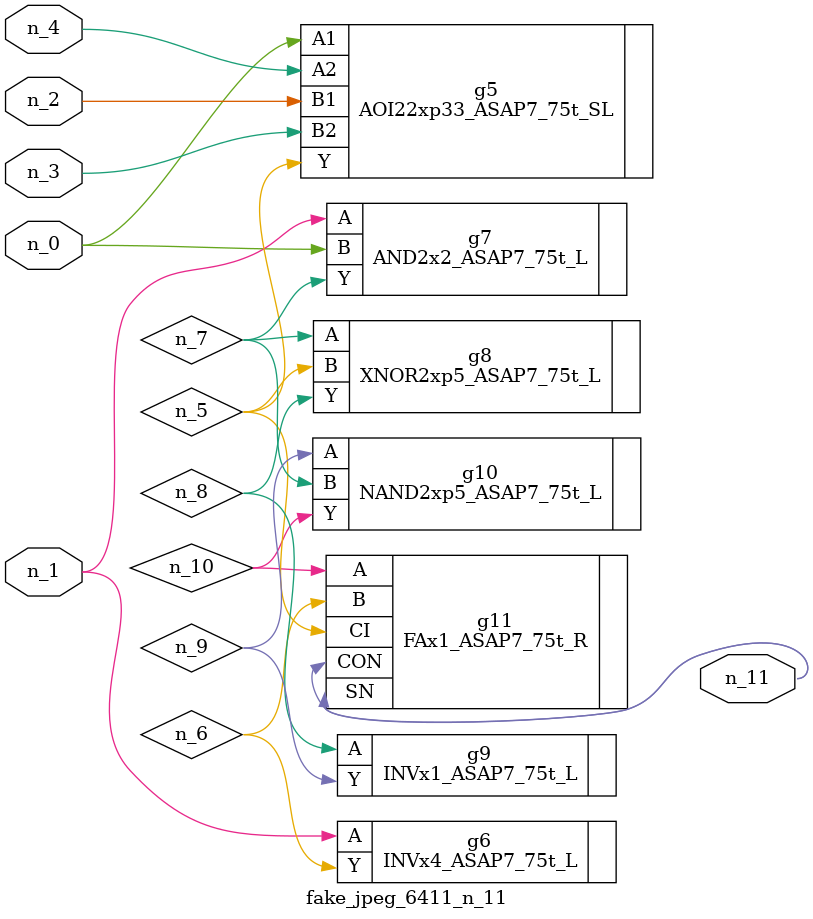
<source format=v>
module fake_jpeg_6411_n_11 (n_3, n_2, n_1, n_0, n_4, n_11);

input n_3;
input n_2;
input n_1;
input n_0;
input n_4;

output n_11;

wire n_10;
wire n_8;
wire n_9;
wire n_6;
wire n_5;
wire n_7;

AOI22xp33_ASAP7_75t_SL g5 ( 
.A1(n_0),
.A2(n_4),
.B1(n_2),
.B2(n_3),
.Y(n_5)
);

INVx4_ASAP7_75t_L g6 ( 
.A(n_1),
.Y(n_6)
);

AND2x2_ASAP7_75t_L g7 ( 
.A(n_1),
.B(n_0),
.Y(n_7)
);

XNOR2xp5_ASAP7_75t_L g8 ( 
.A(n_7),
.B(n_5),
.Y(n_8)
);

INVx1_ASAP7_75t_L g9 ( 
.A(n_8),
.Y(n_9)
);

NAND2xp5_ASAP7_75t_L g10 ( 
.A(n_9),
.B(n_7),
.Y(n_10)
);

FAx1_ASAP7_75t_R g11 ( 
.A(n_10),
.B(n_6),
.CI(n_5),
.CON(n_11),
.SN(n_11)
);


endmodule
</source>
